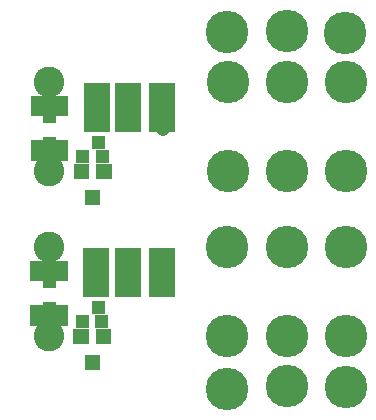
<source format=gbr>
%FSLAX32Y32*%
%MOMM*%
%LNLOETSTOP2*%
G71*
G01*
%ADD10C, 2.60*%
%ADD11C, 3.60*%
%ADD12C, 3.60*%
%ADD13C, 1.20*%
%LPD*%
X1691Y7185D02*
G54D10*
D03*
X1691Y6432D02*
G54D10*
D03*
X3204Y6428D02*
G54D11*
D03*
X3204Y7181D02*
G54D11*
D03*
X3706Y6428D02*
G54D11*
D03*
X3706Y7181D02*
G54D11*
D03*
X4208Y6428D02*
G54D11*
D03*
X4208Y7181D02*
G54D11*
D03*
G36*
X1854Y7069D02*
X1854Y6899D01*
X1534Y6899D01*
X1534Y7069D01*
X1854Y7069D01*
G37*
G36*
X1854Y6689D02*
X1854Y6519D01*
X1534Y6519D01*
X1534Y6689D01*
X1854Y6689D01*
G37*
G36*
X2220Y6363D02*
X2090Y6363D01*
X2090Y6493D01*
X2220Y6493D01*
X2220Y6363D01*
G37*
G36*
X2030Y6363D02*
X1900Y6363D01*
X1900Y6493D01*
X2030Y6493D01*
X2030Y6363D01*
G37*
G36*
X2126Y6141D02*
X1996Y6141D01*
X1996Y6271D01*
X2126Y6271D01*
X2126Y6141D01*
G37*
G36*
X2195Y6500D02*
X2085Y6500D01*
X2085Y6610D01*
X2195Y6610D01*
X2195Y6500D01*
G37*
G36*
X2028Y6499D02*
X1918Y6499D01*
X1918Y6609D01*
X2028Y6609D01*
X2028Y6499D01*
G37*
G36*
X1751Y6962D02*
X1751Y6837D01*
X1641Y6838D01*
X1641Y6962D01*
X1751Y6962D01*
G37*
G36*
X1751Y6716D02*
X1751Y6590D01*
X1641Y6590D01*
X1641Y6716D01*
X1751Y6716D01*
G37*
X4204Y6000D02*
G54D12*
D03*
G36*
X2168Y6898D02*
X2168Y6788D01*
X2058Y6788D01*
X2058Y6898D01*
X2168Y6898D01*
G37*
G36*
X2167Y6731D02*
X2167Y6621D01*
X2057Y6621D01*
X2057Y6731D01*
X2167Y6731D01*
G37*
G36*
X1982Y7178D02*
X2202Y7178D01*
X2202Y6758D01*
X1982Y6758D01*
X1982Y7178D01*
G37*
G36*
X2252Y7178D02*
X2472Y7178D01*
X2472Y6758D01*
X2252Y6758D01*
X2252Y7178D01*
G37*
G36*
X2538Y7178D02*
X2758Y7178D01*
X2758Y6758D01*
X2538Y6758D01*
X2538Y7178D01*
G37*
X2648Y6857D02*
G54D13*
D03*
X1694Y8582D02*
G54D10*
D03*
X1694Y7829D02*
G54D10*
D03*
X3207Y7825D02*
G54D11*
D03*
X3207Y8578D02*
G54D11*
D03*
X3709Y7825D02*
G54D11*
D03*
X3709Y8578D02*
G54D11*
D03*
X4211Y7825D02*
G54D11*
D03*
X4211Y8578D02*
G54D11*
D03*
G36*
X1857Y8466D02*
X1857Y8296D01*
X1537Y8296D01*
X1537Y8466D01*
X1857Y8466D01*
G37*
G36*
X1857Y8086D02*
X1857Y7916D01*
X1537Y7916D01*
X1537Y8086D01*
X1857Y8086D01*
G37*
G36*
X2224Y7760D02*
X2094Y7760D01*
X2094Y7890D01*
X2224Y7890D01*
X2224Y7760D01*
G37*
G36*
X2034Y7760D02*
X1904Y7760D01*
X1904Y7890D01*
X2034Y7890D01*
X2034Y7760D01*
G37*
G36*
X2128Y7538D02*
X1998Y7538D01*
X1998Y7668D01*
X2128Y7668D01*
X2128Y7538D01*
G37*
G36*
X2198Y7897D02*
X2088Y7897D01*
X2088Y8007D01*
X2198Y8007D01*
X2198Y7897D01*
G37*
G36*
X2031Y7896D02*
X1921Y7896D01*
X1921Y8006D01*
X2031Y8006D01*
X2031Y7896D01*
G37*
G36*
X1754Y8359D02*
X1754Y8234D01*
X1644Y8234D01*
X1644Y8360D01*
X1754Y8359D01*
G37*
G36*
X1754Y8112D02*
X1754Y7988D01*
X1644Y7988D01*
X1644Y8112D01*
X1754Y8112D01*
G37*
G36*
X2171Y8295D02*
X2171Y8185D01*
X2061Y8185D01*
X2061Y8295D01*
X2171Y8295D01*
G37*
G36*
X2170Y8128D02*
X2170Y8018D01*
X2060Y8018D01*
X2060Y8128D01*
X2170Y8128D01*
G37*
G36*
X1986Y8575D02*
X2206Y8575D01*
X2206Y8155D01*
X1986Y8155D01*
X1986Y8575D01*
G37*
G36*
X2255Y8575D02*
X2475Y8575D01*
X2475Y8155D01*
X2255Y8155D01*
X2255Y8575D01*
G37*
G36*
X2541Y8575D02*
X2761Y8575D01*
X2761Y8155D01*
X2541Y8155D01*
X2541Y8575D01*
G37*
X2659Y8182D02*
G54D13*
D03*
X4199Y8999D02*
G54D12*
D03*
X3707Y9009D02*
G54D12*
D03*
X3199Y9007D02*
G54D12*
D03*
X3704Y6007D02*
G54D12*
D03*
X3204Y5984D02*
G54D12*
D03*
M02*

</source>
